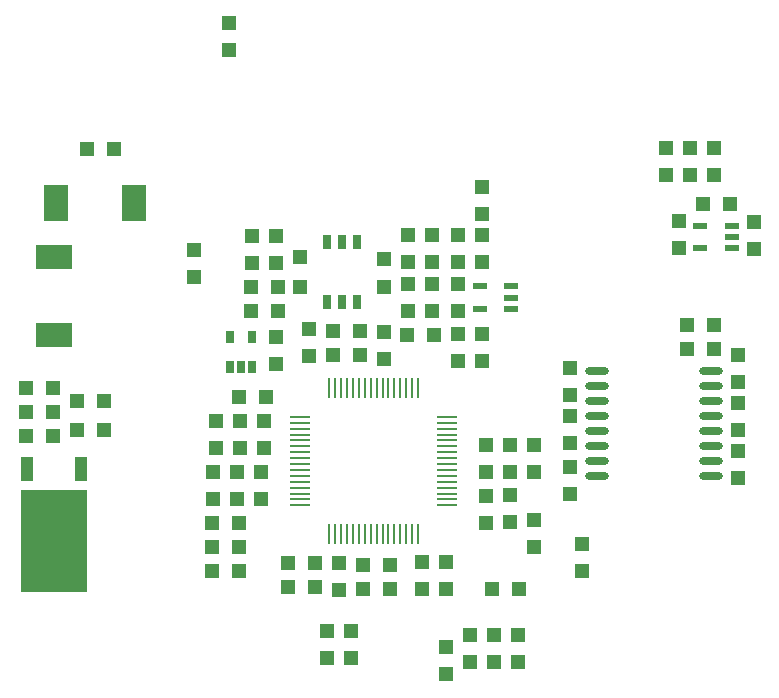
<source format=gbp>
%FSLAX42Y42*%
%MOMM*%
G71*
G01*
G75*
G04 Layer_Color=128*
%ADD10R,1.22X1.22*%
%ADD11R,1.22X1.22*%
%ADD12R,3.20X4.00*%
%ADD13R,1.27X1.27*%
%ADD14R,1.40X1.40*%
%ADD15O,0.25X1.75*%
%ADD16O,1.75X0.25*%
%ADD17O,1.20X0.35*%
%ADD18R,1.20X0.35*%
%ADD19O,0.35X1.20*%
%ADD20R,0.35X1.20*%
%ADD21R,0.60X1.20*%
%ADD22O,1.30X0.65*%
%ADD23R,1.30X0.65*%
%ADD24O,0.35X1.85*%
%ADD25R,1.27X1.27*%
%ADD26R,1.52X1.52*%
%ADD27C,0.25*%
%ADD28C,0.60*%
%ADD29C,2.00*%
%ADD30C,1.20*%
%ADD31C,0.50*%
%ADD32C,0.40*%
%ADD33C,1.30*%
%ADD34C,0.25*%
%ADD35C,0.35*%
%ADD36C,0.30*%
%ADD37C,0.80*%
%ADD38C,5.00*%
%ADD39C,5.00*%
%ADD40C,1.57*%
%ADD41P,1.70X8X292.5*%
%ADD42R,1.50X1.50*%
%ADD43C,1.50*%
%ADD44C,2.00*%
%ADD45R,2.00X2.00*%
%ADD46R,2.00X2.00*%
%ADD47C,1.52*%
%ADD48C,1.27*%
%ADD49C,1.10*%
%ADD50C,1.70*%
%ADD51R,1.20X0.60*%
%ADD52R,1.75X0.25*%
%ADD53R,0.25X1.75*%
%ADD54O,2.03X0.61*%
%ADD55R,0.69X0.99*%
%ADD56R,1.02X2.03*%
%ADD57R,5.59X8.64*%
%ADD58R,2.03X3.05*%
%ADD59R,3.05X2.03*%
%ADD60R,0.76X1.30*%
%ADD61C,1.00*%
%ADD62C,0.20*%
%ADD63C,0.20*%
%ADD64C,0.30*%
%ADD65C,0.38*%
%ADD66C,0.13*%
%ADD67C,0.10*%
%ADD68C,0.15*%
%ADD69R,1.42X1.42*%
%ADD70R,1.42X1.42*%
%ADD71R,3.40X4.20*%
%ADD72R,1.47X1.47*%
%ADD73R,1.60X1.60*%
%ADD74O,0.45X1.95*%
%ADD75O,1.95X0.45*%
%ADD76O,1.40X0.55*%
%ADD77R,1.40X0.55*%
%ADD78O,0.55X1.40*%
%ADD79R,0.55X1.40*%
%ADD80R,0.80X1.40*%
%ADD81O,1.50X0.85*%
%ADD82R,1.50X0.85*%
%ADD83O,0.55X2.05*%
%ADD84R,1.47X1.47*%
%ADD85R,1.73X1.73*%
%ADD86C,5.20*%
%ADD87C,5.20*%
%ADD88C,1.78*%
%ADD89P,1.92X8X292.5*%
%ADD90R,1.70X1.70*%
%ADD91C,1.70*%
%ADD92C,2.20*%
%ADD93R,2.20X2.20*%
%ADD94R,2.20X2.20*%
%ADD95C,1.73*%
%ADD96C,1.47*%
%ADD97C,1.30*%
%ADD98C,1.90*%
%ADD99R,1.40X0.80*%
%ADD100R,1.95X0.45*%
%ADD101R,0.45X1.95*%
%ADD102O,2.24X0.81*%
%ADD103R,0.89X1.19*%
%ADD104R,1.22X2.24*%
%ADD105R,5.79X8.84*%
%ADD106R,2.24X3.25*%
%ADD107R,3.25X2.24*%
%ADD108R,0.97X1.50*%
D10*
X5956Y6566D02*
D03*
X6185D02*
D03*
X9693Y9808D02*
D03*
X9465D02*
D03*
X3962Y8255D02*
D03*
X3734D02*
D03*
X4483Y10274D02*
D03*
X4254D02*
D03*
X6820Y6756D02*
D03*
X6591D02*
D03*
X6820Y6553D02*
D03*
X6591D02*
D03*
X6566Y8534D02*
D03*
X6337D02*
D03*
X6566Y8738D02*
D03*
X6337D02*
D03*
X7912Y6553D02*
D03*
X7683D02*
D03*
X9563Y8585D02*
D03*
X9335D02*
D03*
X9563Y8788D02*
D03*
X9335D02*
D03*
X3962Y7849D02*
D03*
X3734D02*
D03*
X4166Y8141D02*
D03*
X4394D02*
D03*
X3734Y8052D02*
D03*
X3962D02*
D03*
X4394Y7899D02*
D03*
X4166D02*
D03*
X6185Y6769D02*
D03*
X5956D02*
D03*
X6960Y8700D02*
D03*
X7188D02*
D03*
X5309Y6909D02*
D03*
X5537D02*
D03*
Y8179D02*
D03*
X5766D02*
D03*
X5309Y6706D02*
D03*
X5537D02*
D03*
X5639Y8903D02*
D03*
X5867D02*
D03*
X5639Y9106D02*
D03*
X5867D02*
D03*
X5309Y7112D02*
D03*
X5537D02*
D03*
D11*
X9897Y9655D02*
D03*
Y9427D02*
D03*
X9262Y9439D02*
D03*
Y9668D02*
D03*
X7391Y9131D02*
D03*
Y8903D02*
D03*
X6972Y9550D02*
D03*
Y9322D02*
D03*
X7175Y8903D02*
D03*
Y9131D02*
D03*
X6972Y8903D02*
D03*
Y9131D02*
D03*
X7595Y9728D02*
D03*
Y9957D02*
D03*
Y9322D02*
D03*
Y9550D02*
D03*
X5753Y7976D02*
D03*
Y7747D02*
D03*
X5550Y7976D02*
D03*
Y7747D02*
D03*
X5347Y7976D02*
D03*
Y7747D02*
D03*
X7633Y7544D02*
D03*
Y7772D02*
D03*
X7836Y7544D02*
D03*
Y7772D02*
D03*
X8039Y7544D02*
D03*
Y7772D02*
D03*
X6388Y6540D02*
D03*
Y6769D02*
D03*
X6134Y8522D02*
D03*
Y8750D02*
D03*
X5855Y9538D02*
D03*
Y9309D02*
D03*
X5651D02*
D03*
Y9538D02*
D03*
X7175Y9550D02*
D03*
Y9322D02*
D03*
X5524Y7315D02*
D03*
Y7544D02*
D03*
X5728Y7315D02*
D03*
Y7544D02*
D03*
X7833Y7115D02*
D03*
Y7343D02*
D03*
X7633Y7112D02*
D03*
Y7341D02*
D03*
X7087Y6553D02*
D03*
Y6782D02*
D03*
X7391Y8712D02*
D03*
Y8484D02*
D03*
X5855Y8458D02*
D03*
Y8687D02*
D03*
X8344Y7582D02*
D03*
Y7353D02*
D03*
X5451Y11338D02*
D03*
Y11110D02*
D03*
X7290Y6553D02*
D03*
Y6782D02*
D03*
X7696Y5931D02*
D03*
Y6160D02*
D03*
X7493Y5931D02*
D03*
Y6160D02*
D03*
X7899Y5931D02*
D03*
Y6160D02*
D03*
X7290Y5829D02*
D03*
Y6058D02*
D03*
X7595Y8712D02*
D03*
Y8484D02*
D03*
X6769Y8496D02*
D03*
Y8725D02*
D03*
X6490Y6198D02*
D03*
Y5969D02*
D03*
X6287Y6198D02*
D03*
Y5969D02*
D03*
X9766Y8306D02*
D03*
Y8534D02*
D03*
Y8128D02*
D03*
Y7899D02*
D03*
X8344Y7785D02*
D03*
Y8014D02*
D03*
X9766Y7493D02*
D03*
Y7722D02*
D03*
X8344Y8420D02*
D03*
Y8192D02*
D03*
X8039Y6909D02*
D03*
Y7137D02*
D03*
X8446Y6706D02*
D03*
Y6934D02*
D03*
X9360Y10287D02*
D03*
Y10058D02*
D03*
X9563Y10287D02*
D03*
Y10058D02*
D03*
X5321Y7544D02*
D03*
Y7315D02*
D03*
X7391Y9550D02*
D03*
Y9322D02*
D03*
X5156Y9423D02*
D03*
Y9195D02*
D03*
X9157Y10287D02*
D03*
Y10058D02*
D03*
D13*
X6058Y9106D02*
D03*
Y9360D02*
D03*
X6769Y9347D02*
D03*
Y9106D02*
D03*
D51*
X9712Y9623D02*
D03*
Y9528D02*
D03*
Y9433D02*
D03*
X9446D02*
D03*
Y9623D02*
D03*
X7576Y9112D02*
D03*
Y8922D02*
D03*
X7842D02*
D03*
Y9017D02*
D03*
Y9112D02*
D03*
D52*
X7301Y7258D02*
D03*
Y7308D02*
D03*
Y7358D02*
D03*
Y7408D02*
D03*
Y7458D02*
D03*
Y7508D02*
D03*
Y7558D02*
D03*
Y7608D02*
D03*
Y7658D02*
D03*
Y7708D02*
D03*
Y7758D02*
D03*
Y7808D02*
D03*
Y7858D02*
D03*
Y7908D02*
D03*
Y7958D02*
D03*
Y8008D02*
D03*
X6059D02*
D03*
Y7958D02*
D03*
Y7908D02*
D03*
Y7858D02*
D03*
Y7808D02*
D03*
Y7758D02*
D03*
Y7708D02*
D03*
Y7658D02*
D03*
Y7608D02*
D03*
Y7558D02*
D03*
Y7508D02*
D03*
Y7458D02*
D03*
Y7408D02*
D03*
Y7358D02*
D03*
Y7308D02*
D03*
Y7258D02*
D03*
D53*
X7055Y8254D02*
D03*
X7005D02*
D03*
X6955D02*
D03*
X6905D02*
D03*
X6855D02*
D03*
X6805D02*
D03*
X6755D02*
D03*
X6705D02*
D03*
X6655D02*
D03*
X6605D02*
D03*
X6555D02*
D03*
X6505D02*
D03*
X6455D02*
D03*
X6405D02*
D03*
X6355D02*
D03*
X6305D02*
D03*
Y7012D02*
D03*
X6355D02*
D03*
X6405D02*
D03*
X6455D02*
D03*
X6505D02*
D03*
X6555D02*
D03*
X6605D02*
D03*
X6655D02*
D03*
X6705D02*
D03*
X6755D02*
D03*
X6805D02*
D03*
X6855D02*
D03*
X6905D02*
D03*
X6955D02*
D03*
X7005D02*
D03*
X7055D02*
D03*
D54*
X9538Y8268D02*
D03*
Y8141D02*
D03*
Y7760D02*
D03*
X8572Y7506D02*
D03*
Y8268D02*
D03*
X9538Y7506D02*
D03*
Y8014D02*
D03*
Y7887D02*
D03*
X8572Y7633D02*
D03*
Y8395D02*
D03*
X9538Y7633D02*
D03*
Y8395D02*
D03*
X8572Y7887D02*
D03*
Y8014D02*
D03*
Y7760D02*
D03*
Y8141D02*
D03*
D55*
X5651Y8687D02*
D03*
Y8433D02*
D03*
X5556D02*
D03*
X5461D02*
D03*
Y8687D02*
D03*
D56*
X4204Y7569D02*
D03*
X3747D02*
D03*
D57*
X3975Y6960D02*
D03*
D58*
X3988Y9817D02*
D03*
X4648D02*
D03*
D59*
X3975Y9360D02*
D03*
Y8700D02*
D03*
D60*
X6287Y8979D02*
D03*
X6414D02*
D03*
X6540D02*
D03*
X6287Y9487D02*
D03*
X6414D02*
D03*
X6540D02*
D03*
M02*

</source>
